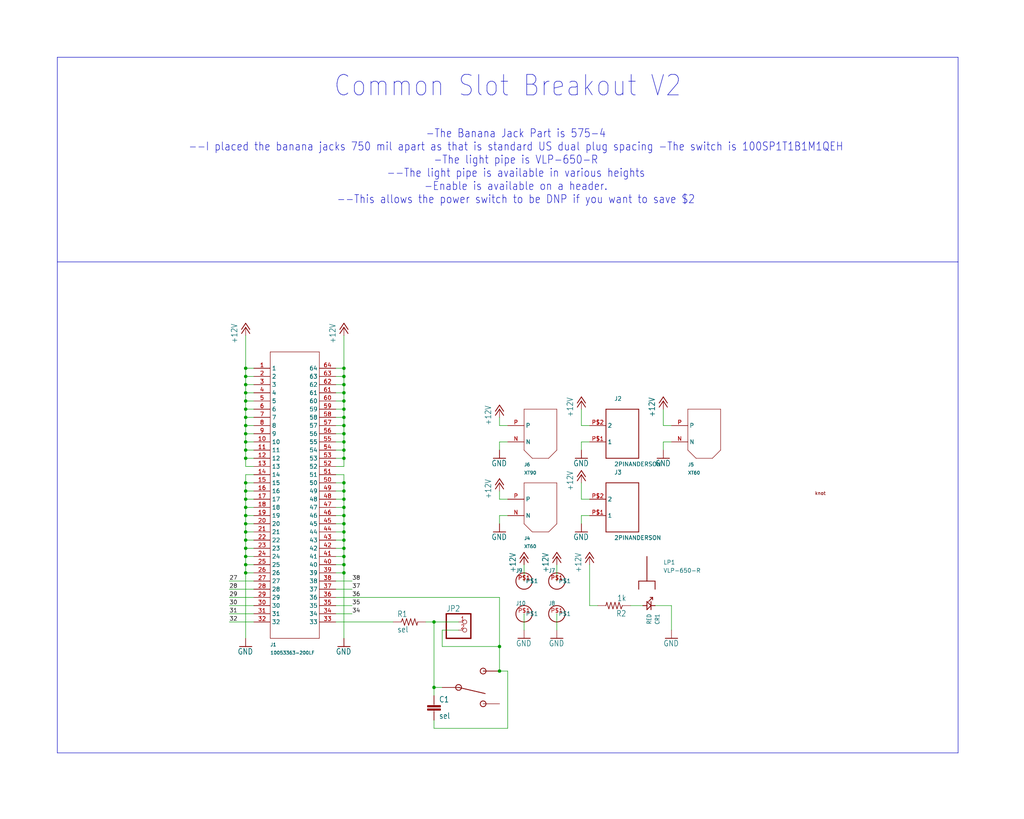
<source format=kicad_sch>
(kicad_sch (version 20231120) (generator "eeschema") (generator_version "8.0")
  (paper "User" 317.652 254.152)
  (lib_symbols
    (symbol "Common_slot2-eagle-import:+12V" (power)
      (symbol "+12V_1_0"
        (polyline (pts (xy 0 0) (xy -1.27 -1.905)) (stroke (width 0.254)))
        (polyline (pts (xy 0 1.27) (xy -1.27 -0.635)) (stroke (width 0.254)))
        (polyline (pts (xy 1.27 -1.905) (xy 0 0)) (stroke (width 0.254)))
        (polyline (pts (xy 1.27 -0.635) (xy 0 1.27)) (stroke (width 0.254)))
        (pin power_in line (at 0 -2.54 90) (length 2.54) (name "+12V") (number "1"))
      )
    )
    (symbol "Common_slot2-eagle-import:0603_CAPACITOR"
      (property "Reference" "C" (at 1.524 2.921 0))
      (symbol "0603_CAPACITOR_1_0"
        (rectangle (start -2.032 0.508) (end 2.032 1.016) (fill (type outline)))
        (rectangle (start -2.032 1.524) (end 2.032 2.032) (fill (type outline)))
        (polyline (pts (xy 0 0) (xy 0 0.508)) (stroke (width 0.1524)))
        (polyline (pts (xy 0 2.54) (xy 0 2.032)) (stroke (width 0.1524)))
        (pin passive line (at 0 5.08 270) (length 2.54) (name "1") (number "1"))
        (pin passive line (at 0 -2.54 90) (length 2.54) (name "2") (number "2"))
      )
    )
    (symbol "Common_slot2-eagle-import:0603_RESISTOR"
      (property "Reference" "R" (at -3.81 1.4986 0))
      (symbol "0603_RESISTOR_1_0"
        (polyline (pts (xy -2.54 0) (xy -2.159 1.016)) (stroke (width 0.2032)))
        (polyline (pts (xy -2.159 1.016) (xy -1.524 -1.016)) (stroke (width 0.2032)))
        (polyline (pts (xy -1.524 -1.016) (xy -0.889 1.016)) (stroke (width 0.2032)))
        (polyline (pts (xy -0.889 1.016) (xy -0.254 -1.016)) (stroke (width 0.2032)))
        (polyline (pts (xy -0.254 -1.016) (xy 0.381 1.016)) (stroke (width 0.2032)))
        (polyline (pts (xy 0.381 1.016) (xy 1.016 -1.016)) (stroke (width 0.2032)))
        (polyline (pts (xy 1.016 -1.016) (xy 1.651 1.016)) (stroke (width 0.2032)))
        (polyline (pts (xy 1.651 1.016) (xy 2.286 -1.016)) (stroke (width 0.2032)))
        (polyline (pts (xy 2.286 -1.016) (xy 2.54 0)) (stroke (width 0.2032)))
        (pin passive line (at -5.08 0 0) (length 2.54) (name "1") (number "1"))
        (pin passive line (at 5.08 0 180) (length 2.54) (name "2") (number "2"))
      )
    )
    (symbol "Common_slot2-eagle-import:10053363-200LF"
      (property "Reference" "J" (at 0 -2.54 0))
      (symbol "10053363-200LF_1_0"
        (polyline (pts (xy 0 0) (xy 15.24 0)) (stroke (width 0.1524)))
        (polyline (pts (xy 0 88.9) (xy 0 0)) (stroke (width 0.1524)))
        (polyline (pts (xy 15.24 0) (xy 15.24 88.9)) (stroke (width 0.1524)))
        (polyline (pts (xy 15.24 88.9) (xy 0 88.9)) (stroke (width 0.1524)))
        (pin bidirectional line (at -5.08 83.82 0) (length 5.08) (name "1") (number "1"))
        (pin bidirectional line (at -5.08 60.96 0) (length 5.08) (name "10") (number "10"))
        (pin bidirectional line (at -5.08 58.42 0) (length 5.08) (name "11") (number "11"))
        (pin bidirectional line (at -5.08 55.88 0) (length 5.08) (name "12") (number "12"))
        (pin bidirectional line (at -5.08 53.34 0) (length 5.08) (name "13") (number "13"))
        (pin bidirectional line (at -5.08 50.8 0) (length 5.08) (name "14") (number "14"))
        (pin bidirectional line (at -5.08 48.26 0) (length 5.08) (name "15") (number "15"))
        (pin bidirectional line (at -5.08 45.72 0) (length 5.08) (name "16") (number "16"))
        (pin bidirectional line (at -5.08 43.18 0) (length 5.08) (name "17") (number "17"))
        (pin bidirectional line (at -5.08 40.64 0) (length 5.08) (name "18") (number "18"))
        (pin bidirectional line (at -5.08 38.1 0) (length 5.08) (name "19") (number "19"))
        (pin bidirectional line (at -5.08 81.28 0) (length 5.08) (name "2") (number "2"))
        (pin bidirectional line (at -5.08 35.56 0) (length 5.08) (name "20") (number "20"))
        (pin bidirectional line (at -5.08 33.02 0) (length 5.08) (name "21") (number "21"))
        (pin bidirectional line (at -5.08 30.48 0) (length 5.08) (name "22") (number "22"))
        (pin bidirectional line (at -5.08 27.94 0) (length 5.08) (name "23") (number "23"))
        (pin bidirectional line (at -5.08 25.4 0) (length 5.08) (name "24") (number "24"))
        (pin bidirectional line (at -5.08 22.86 0) (length 5.08) (name "25") (number "25"))
        (pin bidirectional line (at -5.08 20.32 0) (length 5.08) (name "26") (number "26"))
        (pin bidirectional line (at -5.08 17.78 0) (length 5.08) (name "27") (number "27"))
        (pin bidirectional line (at -5.08 15.24 0) (length 5.08) (name "28") (number "28"))
        (pin bidirectional line (at -5.08 12.7 0) (length 5.08) (name "29") (number "29"))
        (pin bidirectional line (at -5.08 78.74 0) (length 5.08) (name "3") (number "3"))
        (pin bidirectional line (at -5.08 10.16 0) (length 5.08) (name "30") (number "30"))
        (pin bidirectional line (at -5.08 7.62 0) (length 5.08) (name "31") (number "31"))
        (pin bidirectional line (at -5.08 5.08 0) (length 5.08) (name "32") (number "32"))
        (pin bidirectional line (at 20.32 5.08 180) (length 5.08) (name "33") (number "33"))
        (pin bidirectional line (at 20.32 7.62 180) (length 5.08) (name "34") (number "34"))
        (pin bidirectional line (at 20.32 10.16 180) (length 5.08) (name "35") (number "35"))
        (pin bidirectional line (at 20.32 12.7 180) (length 5.08) (name "36") (number "36"))
        (pin bidirectional line (at 20.32 15.24 180) (length 5.08) (name "37") (number "37"))
        (pin bidirectional line (at 20.32 17.78 180) (length 5.08) (name "38") (number "38"))
        (pin bidirectional line (at 20.32 20.32 180) (length 5.08) (name "39") (number "39"))
        (pin bidirectional line (at -5.08 76.2 0) (length 5.08) (name "4") (number "4"))
        (pin bidirectional line (at 20.32 22.86 180) (length 5.08) (name "40") (number "40"))
        (pin bidirectional line (at 20.32 25.4 180) (length 5.08) (name "41") (number "41"))
        (pin bidirectional line (at 20.32 27.94 180) (length 5.08) (name "42") (number "42"))
        (pin bidirectional line (at 20.32 30.48 180) (length 5.08) (name "43") (number "43"))
        (pin bidirectional line (at 20.32 33.02 180) (length 5.08) (name "44") (number "44"))
        (pin bidirectional line (at 20.32 35.56 180) (length 5.08) (name "45") (number "45"))
        (pin bidirectional line (at 20.32 38.1 180) (length 5.08) (name "46") (number "46"))
        (pin bidirectional line (at 20.32 40.64 180) (length 5.08) (name "47") (number "47"))
        (pin bidirectional line (at 20.32 43.18 180) (length 5.08) (name "48") (number "48"))
        (pin bidirectional line (at 20.32 45.72 180) (length 5.08) (name "49") (number "49"))
        (pin bidirectional line (at -5.08 73.66 0) (length 5.08) (name "5") (number "5"))
        (pin bidirectional line (at 20.32 48.26 180) (length 5.08) (name "50") (number "50"))
        (pin bidirectional line (at 20.32 50.8 180) (length 5.08) (name "51") (number "51"))
        (pin bidirectional line (at 20.32 53.34 180) (length 5.08) (name "52") (number "52"))
        (pin bidirectional line (at 20.32 55.88 180) (length 5.08) (name "53") (number "53"))
        (pin bidirectional line (at 20.32 58.42 180) (length 5.08) (name "54") (number "54"))
        (pin bidirectional line (at 20.32 60.96 180) (length 5.08) (name "55") (number "55"))
        (pin bidirectional line (at 20.32 63.5 180) (length 5.08) (name "56") (number "56"))
        (pin bidirectional line (at 20.32 66.04 180) (length 5.08) (name "57") (number "57"))
        (pin bidirectional line (at 20.32 68.58 180) (length 5.08) (name "58") (number "58"))
        (pin bidirectional line (at 20.32 71.12 180) (length 5.08) (name "59") (number "59"))
        (pin bidirectional line (at -5.08 71.12 0) (length 5.08) (name "6") (number "6"))
        (pin bidirectional line (at 20.32 73.66 180) (length 5.08) (name "60") (number "60"))
        (pin bidirectional line (at 20.32 76.2 180) (length 5.08) (name "61") (number "61"))
        (pin bidirectional line (at 20.32 78.74 180) (length 5.08) (name "62") (number "62"))
        (pin bidirectional line (at 20.32 81.28 180) (length 5.08) (name "63") (number "63"))
        (pin bidirectional line (at 20.32 83.82 180) (length 5.08) (name "64") (number "64"))
        (pin bidirectional line (at -5.08 68.58 0) (length 5.08) (name "7") (number "7"))
        (pin bidirectional line (at -5.08 66.04 0) (length 5.08) (name "8") (number "8"))
        (pin bidirectional line (at -5.08 63.5 0) (length 5.08) (name "9") (number "9"))
      )
    )
    (symbol "Common_slot2-eagle-import:100SP1T1B1M1QEH"
      (symbol "100SP1T1B1M1QEH_1_0"
        (polyline (pts (xy 0 5.08) (xy 8.255 3.175)) (stroke (width 0.254)))
        (circle (center 0 5.08) (radius 0.898) (stroke (width 0.254)))
        (circle (center 7.62 0) (radius 0.898) (stroke (width 0.254)))
        (circle (center 7.62 10.16) (radius 0.898) (stroke (width 0.254)))
        (pin bidirectional line (at 12.7 0 180) (length 5.08) (name "P$3") (number "1"))
        (pin bidirectional line (at 12.7 10.16 180) (length 5.08) (name "P$2") (number "2"))
        (pin bidirectional line (at -5.08 5.08 0) (length 5.08) (name "COM") (number "C"))
      )
    )
    (symbol "Common_slot2-eagle-import:150060RS75000"
      (property "Reference" "CR" (at 2.54 2.54 0))
      (symbol "150060RS75000_1_0"
        (polyline (pts (xy -2.54 1.778) (xy -2.54 1.016)) (stroke (width 0.254)))
        (polyline (pts (xy -1.778 1.778) (xy -2.54 1.778)) (stroke (width 0.254)))
        (polyline (pts (xy -1.27 0) (xy 0 0)) (stroke (width 0.254)))
        (polyline (pts (xy -1.27 0.508) (xy -2.54 1.778)) (stroke (width 0.254)))
        (polyline (pts (xy -1.27 1.27) (xy 0 1.27)) (stroke (width 0.254)))
        (polyline (pts (xy 0 0) (xy 0 -1.27)) (stroke (width 0.254)))
        (polyline (pts (xy 0 0) (xy 1.27 0)) (stroke (width 0.254)))
        (polyline (pts (xy 0 1.27) (xy -1.27 0)) (stroke (width 0.254)))
        (polyline (pts (xy 0 1.27) (xy 0 2.54)) (stroke (width 0.254)))
        (polyline (pts (xy 0 1.27) (xy 1.27 1.27)) (stroke (width 0.254)))
        (polyline (pts (xy 1.27 0) (xy 0 1.27)) (stroke (width 0.254)))
        (pin bidirectional line (at 0 -1.27 0) (length 0) (name "A") (number "A"))
        (pin bidirectional line (at 0 2.54 0) (length 0) (name "K") (number "K"))
      )
    )
    (symbol "Common_slot2-eagle-import:2PINANDERSON"
      (property "Reference" "J" (at 2.54 17.78 0))
      (symbol "2PINANDERSON_1_0"
        (polyline (pts (xy 0 0) (xy 0 15.24)) (stroke (width 0.254)))
        (polyline (pts (xy 0 15.24) (xy 10.16 15.24)) (stroke (width 0.254)))
        (polyline (pts (xy 10.16 0) (xy 0 0)) (stroke (width 0.254)))
        (polyline (pts (xy 10.16 15.24) (xy 10.16 0)) (stroke (width 0.254)))
        (pin bidirectional line (at -5.08 5.08 0) (length 5.08) (name "1") (number "P$1"))
        (pin bidirectional line (at -5.08 10.16 0) (length 5.08) (name "2") (number "P$2"))
      )
    )
    (symbol "Common_slot2-eagle-import:BANANA"
      (property "Reference" "J" (at -2.54 2.54 0))
      (symbol "BANANA_1_0"
        (circle (center 0 0) (radius 2.54) (stroke (width 0.254)))
        (pin bidirectional line (at 0 0 0) (length 0) (name "P$1") (number "P$1"))
      )
    )
    (symbol "Common_slot2-eagle-import:GND" (power)
      (symbol "GND_1_0"
        (polyline (pts (xy -1.905 0) (xy 1.905 0)) (stroke (width 0.254)))
        (pin power_in line (at 0 2.54 270) (length 2.54) (name "GND") (number "1"))
      )
    )
    (symbol "Common_slot2-eagle-import:PINHD-1X2"
      (property "Reference" "JP" (at -6.35 5.715 0))
      (symbol "PINHD-1X2_1_0"
        (polyline (pts (xy -6.35 -2.54) (xy 1.27 -2.54)) (stroke (width 0.4064)))
        (polyline (pts (xy -6.35 5.08) (xy -6.35 -2.54)) (stroke (width 0.4064)))
        (polyline (pts (xy 1.27 -2.54) (xy 1.27 5.08)) (stroke (width 0.4064)))
        (polyline (pts (xy 1.27 5.08) (xy -6.35 5.08)) (stroke (width 0.4064)))
        (pin passive inverted (at -2.54 2.54 0) (length 2.54) (name "1") (number "1"))
        (pin passive inverted (at -2.54 0 0) (length 2.54) (name "2") (number "2"))
      )
    )
    (symbol "Common_slot2-eagle-import:THIEF_FULL"
      (symbol "THIEF_FULL_1_0"
        (text "knot" (at 0 0 0) (effects (font (size 1.016 1.016)) (justify left bottom)))
      )
    )
    (symbol "Common_slot2-eagle-import:VLP-650-R"
      (property "Reference" "LP" (at 5.08 7.62 0))
      (symbol "VLP-650-R_1_0"
        (polyline (pts (xy -2.54 0) (xy -2.54 2.54)) (stroke (width 0.254)))
        (polyline (pts (xy -2.54 2.54) (xy 0 2.54)) (stroke (width 0.254)))
        (polyline (pts (xy 0 2.54) (xy 0 10.16)) (stroke (width 0.254)))
        (polyline (pts (xy 0 2.54) (xy 2.54 2.54)) (stroke (width 0.254)))
        (polyline (pts (xy 2.54 2.54) (xy 2.54 0)) (stroke (width 0.254)))
      )
    )
    (symbol "Common_slot2-eagle-import:XT60"
      (property "Reference" "J" (at 0 -2.54 0))
      (symbol "XT60_1_0"
        (polyline (pts (xy 0 2.54) (xy 2.54 0)) (stroke (width 0.1524)))
        (polyline (pts (xy 0 15.24) (xy 0 2.54)) (stroke (width 0.1524)))
        (polyline (pts (xy 2.54 0) (xy 7.62 0)) (stroke (width 0.1524)))
        (polyline (pts (xy 7.62 0) (xy 10.16 2.54)) (stroke (width 0.1524)))
        (polyline (pts (xy 10.16 2.54) (xy 10.16 15.24)) (stroke (width 0.1524)))
        (polyline (pts (xy 10.16 15.24) (xy 0 15.24)) (stroke (width 0.1524)))
        (pin bidirectional line (at -5.08 5.08 0) (length 5.08) (name "N") (number "N"))
        (pin bidirectional line (at -5.08 10.16 0) (length 5.08) (name "P") (number "P"))
      )
    )
    (symbol "Common_slot2-eagle-import:XT90"
      (property "Reference" "J" (at 0 -2.54 0))
      (symbol "XT90_1_0"
        (polyline (pts (xy 0 2.54) (xy 2.54 0)) (stroke (width 0.1524)))
        (polyline (pts (xy 0 15.24) (xy 0 2.54)) (stroke (width 0.1524)))
        (polyline (pts (xy 2.54 0) (xy 7.62 0)) (stroke (width 0.1524)))
        (polyline (pts (xy 7.62 0) (xy 10.16 2.54)) (stroke (width 0.1524)))
        (polyline (pts (xy 10.16 2.54) (xy 10.16 15.24)) (stroke (width 0.1524)))
        (polyline (pts (xy 10.16 15.24) (xy 0 15.24)) (stroke (width 0.1524)))
        (pin bidirectional line (at -5.08 5.08 0) (length 5.08) (name "N") (number "N"))
        (pin bidirectional line (at -5.08 10.16 0) (length 5.08) (name "P") (number "P"))
      )
    )
  )
  (junction (at 76.2 127))
  (junction (at 106.68 152.4))
  (junction (at 76.2 162.56))
  (junction (at 106.68 121.92))
  (junction (at 76.2 116.84))
  (junction (at 106.68 154.94))
  (junction (at 76.2 119.38))
  (junction (at 154.94 200.66))
  (junction (at 106.68 137.16))
  (junction (at 106.68 165.1))
  (junction (at 76.2 154.94))
  (junction (at 76.2 172.72))
  (junction (at 106.68 157.48))
  (junction (at 106.68 134.62))
  (junction (at 106.68 170.18))
  (junction (at 106.68 119.38))
  (junction (at 106.68 114.3))
  (junction (at 76.2 160.02))
  (junction (at 76.2 134.62))
  (junction (at 76.2 121.92))
  (junction (at 76.2 139.7))
  (junction (at 134.62 193.04))
  (junction (at 134.62 213.36))
  (junction (at 76.2 152.4))
  (junction (at 106.68 132.08))
  (junction (at 76.2 124.46))
  (junction (at 106.68 175.26))
  (junction (at 76.2 157.48))
  (junction (at 76.2 175.26))
  (junction (at 76.2 132.08))
  (junction (at 106.68 116.84))
  (junction (at 106.68 142.24))
  (junction (at 154.94 208.28))
  (junction (at 106.68 172.72))
  (junction (at 76.2 137.16))
  (junction (at 76.2 177.8))
  (junction (at 106.68 177.8))
  (junction (at 106.68 167.64))
  (junction (at 106.68 124.46))
  (junction (at 76.2 167.64))
  (junction (at 106.68 127))
  (junction (at 106.68 129.54))
  (junction (at 106.68 160.02))
  (junction (at 76.2 129.54))
  (junction (at 76.2 165.1))
  (junction (at 106.68 162.56))
  (junction (at 76.2 149.86))
  (junction (at 106.68 149.86))
  (junction (at 106.68 139.7))
  (junction (at 76.2 114.3))
  (junction (at 76.2 170.18))
  (junction (at 76.2 142.24))
  (polyline (pts (xy 17.78 81.28) (xy 297.18 81.28)) (stroke (width 0.1524) (type solid)))
  (wire (pts (xy 76.2 154.94) (xy 76.2 157.48)) (stroke (width 0.1524)))
  (wire (pts (xy 182.88 154.94) (xy 180.34 154.94)) (stroke (width 0.1524)))
  (wire (pts (xy 76.2 129.54) (xy 76.2 127)) (stroke (width 0.1524)))
  (wire (pts (xy 205.74 137.16) (xy 208.28 137.16)) (stroke (width 0.1524)))
  (wire (pts (xy 76.2 139.7) (xy 76.2 137.16)) (stroke (width 0.1524)))
  (wire (pts (xy 76.2 160.02) (xy 76.2 162.56)) (stroke (width 0.1524)))
  (wire (pts (xy 180.34 162.56) (xy 180.34 160.02)) (stroke (width 0.1524)))
  (wire (pts (xy 104.14 121.92) (xy 106.68 121.92)) (stroke (width 0.1524)))
  (wire (pts (xy 78.74 124.46) (xy 76.2 124.46)) (stroke (width 0.1524)))
  (wire (pts (xy 104.14 132.08) (xy 106.68 132.08)) (stroke (width 0.1524)))
  (wire (pts (xy 78.74 147.32) (xy 76.2 147.32)) (stroke (width 0.1524)))
  (wire (pts (xy 132.08 193.04) (xy 134.62 193.04)) (stroke (width 0.1524)))
  (wire (pts (xy 78.74 129.54) (xy 76.2 129.54)) (stroke (width 0.1524)))
  (wire (pts (xy 78.74 170.18) (xy 76.2 170.18)) (stroke (width 0.1524)))
  (polyline (pts (xy 297.18 81.28) (xy 297.18 233.68)) (stroke (width 0.1524) (type solid)))
  (wire (pts (xy 106.68 134.62) (xy 106.68 132.08)) (stroke (width 0.1524)))
  (wire (pts (xy 104.14 172.72) (xy 106.68 172.72)) (stroke (width 0.1524)))
  (polyline (pts (xy 17.78 17.78) (xy 297.18 17.78)) (stroke (width 0.1524) (type solid)))
  (wire (pts (xy 205.74 139.7) (xy 205.74 137.16)) (stroke (width 0.1524)))
  (polyline (pts (xy 17.78 81.28) (xy 17.78 17.78)) (stroke (width 0.1524) (type solid)))
  (wire (pts (xy 104.14 165.1) (xy 106.68 165.1)) (stroke (width 0.1524)))
  (wire (pts (xy 104.14 152.4) (xy 106.68 152.4)) (stroke (width 0.1524)))
  (wire (pts (xy 104.14 144.78) (xy 106.68 144.78)) (stroke (width 0.1524)))
  (wire (pts (xy 106.68 144.78) (xy 106.68 142.24)) (stroke (width 0.1524)))
  (wire (pts (xy 154.94 137.16) (xy 154.94 139.7)) (stroke (width 0.1524)))
  (wire (pts (xy 76.2 127) (xy 76.2 124.46)) (stroke (width 0.1524)))
  (wire (pts (xy 76.2 132.08) (xy 76.2 129.54)) (stroke (width 0.1524)))
  (wire (pts (xy 71.12 193.04) (xy 78.74 193.04)) (stroke (width 0.1524)))
  (wire (pts (xy 76.2 144.78) (xy 76.2 142.24)) (stroke (width 0.1524)))
  (wire (pts (xy 76.2 157.48) (xy 76.2 160.02)) (stroke (width 0.1524)))
  (wire (pts (xy 78.74 185.42) (xy 71.12 185.42)) (stroke (width 0.1524)))
  (wire (pts (xy 78.74 165.1) (xy 76.2 165.1)) (stroke (width 0.1524)))
  (wire (pts (xy 78.74 127) (xy 76.2 127)) (stroke (width 0.1524)))
  (wire (pts (xy 104.14 170.18) (xy 106.68 170.18)) (stroke (width 0.1524)))
  (wire (pts (xy 154.94 162.56) (xy 154.94 160.02)) (stroke (width 0.1524)))
  (wire (pts (xy 78.74 160.02) (xy 76.2 160.02)) (stroke (width 0.1524)))
  (wire (pts (xy 104.14 182.88) (xy 109.22 182.88)) (stroke (width 0.1524)))
  (wire (pts (xy 76.2 167.64) (xy 76.2 170.18)) (stroke (width 0.1524)))
  (wire (pts (xy 134.62 213.36) (xy 134.62 193.04)) (stroke (width 0.1524)))
  (wire (pts (xy 106.68 139.7) (xy 106.68 137.16)) (stroke (width 0.1524)))
  (wire (pts (xy 104.14 147.32) (xy 106.68 147.32)) (stroke (width 0.1524)))
  (wire (pts (xy 76.2 177.8) (xy 76.2 198.12)) (stroke (width 0.1524)))
  (wire (pts (xy 78.74 152.4) (xy 76.2 152.4)) (stroke (width 0.1524)))
  (wire (pts (xy 106.68 172.72) (xy 106.68 175.26)) (stroke (width 0.1524)))
  (wire (pts (xy 78.74 119.38) (xy 76.2 119.38)) (stroke (width 0.1524)))
  (wire (pts (xy 106.68 167.64) (xy 106.68 170.18)) (stroke (width 0.1524)))
  (wire (pts (xy 180.34 160.02) (xy 182.88 160.02)) (stroke (width 0.1524)))
  (wire (pts (xy 121.92 193.04) (xy 104.14 193.04)) (stroke (width 0.1524)))
  (wire (pts (xy 104.14 160.02) (xy 106.68 160.02)) (stroke (width 0.1524)))
  (wire (pts (xy 76.2 119.38) (xy 76.2 116.84)) (stroke (width 0.1524)))
  (wire (pts (xy 142.24 195.58) (xy 137.16 195.58)) (stroke (width 0.1524)))
  (wire (pts (xy 154.94 200.66) (xy 154.94 208.28)) (stroke (width 0.1524)))
  (wire (pts (xy 76.2 175.26) (xy 76.2 177.8)) (stroke (width 0.1524)))
  (wire (pts (xy 154.94 160.02) (xy 157.48 160.02)) (stroke (width 0.1524)))
  (wire (pts (xy 137.16 213.36) (xy 134.62 213.36)) (stroke (width 0.1524)))
  (wire (pts (xy 106.68 154.94) (xy 106.68 157.48)) (stroke (width 0.1524)))
  (wire (pts (xy 172.72 190.5) (xy 172.72 195.58)) (stroke (width 0.1524)))
  (wire (pts (xy 137.16 200.66) (xy 154.94 200.66)) (stroke (width 0.1524)))
  (wire (pts (xy 185.42 187.96) (xy 182.88 187.96)) (stroke (width 0.1524)))
  (wire (pts (xy 104.14 175.26) (xy 106.68 175.26)) (stroke (width 0.1524)))
  (wire (pts (xy 134.62 213.36) (xy 134.62 215.9)) (stroke (width 0.1524)))
  (wire (pts (xy 104.14 116.84) (xy 106.68 116.84)) (stroke (width 0.1524)))
  (wire (pts (xy 78.74 157.48) (xy 76.2 157.48)) (stroke (width 0.1524)))
  (wire (pts (xy 106.68 121.92) (xy 106.68 119.38)) (stroke (width 0.1524)))
  (wire (pts (xy 104.14 119.38) (xy 106.68 119.38)) (stroke (width 0.1524)))
  (wire (pts (xy 157.48 137.16) (xy 154.94 137.16)) (stroke (width 0.1524)))
  (wire (pts (xy 78.74 144.78) (xy 76.2 144.78)) (stroke (width 0.1524)))
  (wire (pts (xy 106.68 175.26) (xy 106.68 177.8)) (stroke (width 0.1524)))
  (wire (pts (xy 76.2 142.24) (xy 76.2 139.7)) (stroke (width 0.1524)))
  (wire (pts (xy 78.74 190.5) (xy 71.12 190.5)) (stroke (width 0.1524)))
  (wire (pts (xy 180.34 154.94) (xy 180.34 149.86)) (stroke (width 0.1524)))
  (wire (pts (xy 78.74 121.92) (xy 76.2 121.92)) (stroke (width 0.1524)))
  (wire (pts (xy 109.22 187.96) (xy 104.14 187.96)) (stroke (width 0.1524)))
  (wire (pts (xy 180.34 132.08) (xy 180.34 127)) (stroke (width 0.1524)))
  (wire (pts (xy 76.2 134.62) (xy 76.2 132.08)) (stroke (width 0.1524)))
  (wire (pts (xy 104.14 129.54) (xy 106.68 129.54)) (stroke (width 0.1524)))
  (wire (pts (xy 78.74 114.3) (xy 76.2 114.3)) (stroke (width 0.1524)))
  (wire (pts (xy 104.14 127) (xy 106.68 127)) (stroke (width 0.1524)))
  (wire (pts (xy 106.68 137.16) (xy 106.68 134.62)) (stroke (width 0.1524)))
  (wire (pts (xy 106.68 114.3) (xy 106.68 104.14)) (stroke (width 0.1524)))
  (wire (pts (xy 205.74 132.08) (xy 205.74 127)) (stroke (width 0.1524)))
  (wire (pts (xy 76.2 116.84) (xy 76.2 114.3)) (stroke (width 0.1524)))
  (wire (pts (xy 208.28 132.08) (xy 205.74 132.08)) (stroke (width 0.1524)))
  (wire (pts (xy 76.2 124.46) (xy 76.2 121.92)) (stroke (width 0.1524)))
  (wire (pts (xy 76.2 114.3) (xy 76.2 104.14)) (stroke (width 0.1524)))
  (wire (pts (xy 172.72 180.34) (xy 172.72 175.26)) (stroke (width 0.1524)))
  (wire (pts (xy 134.62 226.06) (xy 134.62 223.52)) (stroke (width 0.1524)))
  (wire (pts (xy 154.94 185.42) (xy 154.94 200.66)) (stroke (width 0.1524)))
  (wire (pts (xy 76.2 137.16) (xy 76.2 134.62)) (stroke (width 0.1524)))
  (wire (pts (xy 106.68 142.24) (xy 106.68 139.7)) (stroke (width 0.1524)))
  (wire (pts (xy 106.68 124.46) (xy 106.68 121.92)) (stroke (width 0.1524)))
  (wire (pts (xy 180.34 139.7) (xy 180.34 137.16)) (stroke (width 0.1524)))
  (wire (pts (xy 106.68 177.8) (xy 106.68 198.12)) (stroke (width 0.1524)))
  (wire (pts (xy 162.56 180.34) (xy 162.56 175.26)) (stroke (width 0.1524)))
  (wire (pts (xy 76.2 170.18) (xy 76.2 172.72)) (stroke (width 0.1524)))
  (wire (pts (xy 76.2 121.92) (xy 76.2 119.38)) (stroke (width 0.1524)))
  (wire (pts (xy 104.14 149.86) (xy 106.68 149.86)) (stroke (width 0.1524)))
  (wire (pts (xy 106.68 170.18) (xy 106.68 172.72)) (stroke (width 0.1524)))
  (wire (pts (xy 78.74 175.26) (xy 76.2 175.26)) (stroke (width 0.1524)))
  (wire (pts (xy 78.74 134.62) (xy 76.2 134.62)) (stroke (width 0.1524)))
  (wire (pts (xy 104.14 142.24) (xy 106.68 142.24)) (stroke (width 0.1524)))
  (wire (pts (xy 154.94 132.08) (xy 154.94 129.54)) (stroke (width 0.1524)))
  (wire (pts (xy 106.68 129.54) (xy 106.68 127)) (stroke (width 0.1524)))
  (wire (pts (xy 106.68 165.1) (xy 106.68 167.64)) (stroke (width 0.1524)))
  (wire (pts (xy 104.14 190.5) (xy 109.22 190.5)) (stroke (width 0.1524)))
  (wire (pts (xy 104.14 134.62) (xy 106.68 134.62)) (stroke (width 0.1524)))
  (wire (pts (xy 76.2 162.56) (xy 76.2 165.1)) (stroke (width 0.1524)))
  (wire (pts (xy 76.2 177.8) (xy 78.74 177.8)) (stroke (width 0.1524)))
  (wire (pts (xy 157.48 208.28) (xy 154.94 208.28)) (stroke (width 0.1524)))
  (wire (pts (xy 109.22 180.34) (xy 104.14 180.34)) (stroke (width 0.1524)))
  (wire (pts (xy 78.74 149.86) (xy 76.2 149.86)) (stroke (width 0.1524)))
  (wire (pts (xy 208.28 187.96) (xy 208.28 195.58)) (stroke (width 0.1524)))
  (wire (pts (xy 182.88 187.96) (xy 182.88 175.26)) (stroke (width 0.1524)))
  (wire (pts (xy 180.34 137.16) (xy 182.88 137.16)) (stroke (width 0.1524)))
  (wire (pts (xy 104.14 139.7) (xy 106.68 139.7)) (stroke (width 0.1524)))
  (wire (pts (xy 78.74 154.94) (xy 76.2 154.94)) (stroke (width 0.1524)))
  (wire (pts (xy 76.2 147.32) (xy 76.2 149.86)) (stroke (width 0.1524)))
  (wire (pts (xy 157.48 226.06) (xy 157.48 208.28)) (stroke (width 0.1524)))
  (wire (pts (xy 134.62 193.04) (xy 142.24 193.04)) (stroke (width 0.1524)))
  (wire (pts (xy 104.14 157.48) (xy 106.68 157.48)) (stroke (width 0.1524)))
  (wire (pts (xy 106.68 152.4) (xy 106.68 154.94)) (stroke (width 0.1524)))
  (wire (pts (xy 106.68 116.84) (xy 106.68 114.3)) (stroke (width 0.1524)))
  (wire (pts (xy 104.14 114.3) (xy 106.68 114.3)) (stroke (width 0.1524)))
  (wire (pts (xy 154.94 154.94) (xy 154.94 152.4)) (stroke (width 0.1524)))
  (wire (pts (xy 106.68 132.08) (xy 106.68 129.54)) (stroke (width 0.1524)))
  (wire (pts (xy 106.68 160.02) (xy 106.68 162.56)) (stroke (width 0.1524)))
  (wire (pts (xy 104.14 167.64) (xy 106.68 167.64)) (stroke (width 0.1524)))
  (wire (pts (xy 134.62 226.06) (xy 157.48 226.06)) (stroke (width 0.1524)))
  (wire (pts (xy 182.88 132.08) (xy 180.34 132.08)) (stroke (width 0.1524)))
  (wire (pts (xy 157.48 132.08) (xy 154.94 132.08)) (stroke (width 0.1524)))
  (wire (pts (xy 76.2 165.1) (xy 76.2 167.64)) (stroke (width 0.1524)))
  (wire (pts (xy 106.68 157.48) (xy 106.68 160.02)) (stroke (width 0.1524)))
  (wire (pts (xy 137.16 195.58) (xy 137.16 200.66)) (stroke (width 0.1524)))
  (wire (pts (xy 76.2 149.86) (xy 76.2 152.4)) (stroke (width 0.1524)))
  (wire (pts (xy 78.74 162.56) (xy 76.2 162.56)) (stroke (width 0.1524)))
  (wire (pts (xy 78.74 167.64) (xy 76.2 167.64)) (stroke (width 0.1524)))
  (wire (pts (xy 106.68 147.32) (xy 106.68 149.86)) (stroke (width 0.1524)))
  (wire (pts (xy 157.48 154.94) (xy 154.94 154.94)) (stroke (width 0.1524)))
  (polyline (pts (xy 17.78 233.68) (xy 17.78 81.28)) (stroke (width 0.1524) (type solid)))
  (wire (pts (xy 104.14 162.56) (xy 106.68 162.56)) (stroke (width 0.1524)))
  (wire (pts (xy 78.74 182.88) (xy 71.12 182.88)) (stroke (width 0.1524)))
  (wire (pts (xy 78.74 142.24) (xy 76.2 142.24)) (stroke (width 0.1524)))
  (wire (pts (xy 199.39 187.96) (xy 195.58 187.96)) (stroke (width 0.1524)))
  (wire (pts (xy 76.2 152.4) (xy 76.2 154.94)) (stroke (width 0.1524)))
  (wire (pts (xy 78.74 116.84) (xy 76.2 116.84)) (stroke (width 0.1524)))
  (wire (pts (xy 106.68 177.8) (xy 104.14 177.8)) (stroke (width 0.1524)))
  (wire (pts (xy 78.74 137.16) (xy 76.2 137.16)) (stroke (width 0.1524)))
  (wire (pts (xy 104.14 124.46) (xy 106.68 124.46)) (stroke (width 0.1524)))
  (wire (pts (xy 106.68 149.86) (xy 106.68 152.4)) (stroke (width 0.1524)))
  (wire (pts (xy 106.68 127) (xy 106.68 124.46)) (stroke (width 0.1524)))
  (wire (pts (xy 78.74 132.08) (xy 76.2 132.08)) (stroke (width 0.1524)))
  (wire (pts (xy 78.74 180.34) (xy 71.12 180.34)) (stroke (width 0.1524)))
  (wire (pts (xy 203.2 187.96) (xy 208.28 187.96)) (stroke (width 0.1524)))
  (wire (pts (xy 78.74 139.7) (xy 76.2 139.7)) (stroke (width 0.1524)))
  (wire (pts (xy 104.14 154.94) (xy 106.68 154.94)) (stroke (width 0.1524)))
  (wire (pts (xy 162.56 190.5) (xy 162.56 195.58)) (stroke (width 0.1524)))
  (wire (pts (xy 76.2 172.72) (xy 76.2 175.26)) (stroke (width 0.1524)))
  (wire (pts (xy 78.74 172.72) (xy 76.2 172.72)) (stroke (width 0.1524)))
  (wire (pts (xy 104.14 185.42) (xy 154.94 185.42)) (stroke (width 0.1524)))
  (wire (pts (xy 106.68 119.38) (xy 106.68 116.84)) (stroke (width 0.1524)))
  (wire (pts (xy 106.68 162.56) (xy 106.68 165.1)) (stroke (width 0.1524)))
  (wire (pts (xy 104.14 137.16) (xy 106.68 137.16)) (stroke (width 0.1524)))
  (polyline (pts (xy 297.18 17.78) (xy 297.18 81.28)) (stroke (width 0.1524) (type solid)))
  (wire (pts (xy 78.74 187.96) (xy 71.12 187.96)) (stroke (width 0.1524)))
  (polyline (pts (xy 297.18 233.68) (xy 17.78 233.68)) (stroke (width 0.1524) (type solid)))
  (text "-The Banana Jack Part is 575-4\n--I placed the banana jacks 750 mil apart as that is standard US dual plug spacing -The switch is 100SP1T1B1M1QEH\n-The light pipe is VLP-650-R\n--The light pipe is available in various heights\n-Enable is available on a header.\n--This allows the power switch to be DNP if you want to save $2" (at 160.02 63.5 0) (effects (font (size 2.54 2.159)) (justify bottom)))
  (text "Common Slot Breakout V2" (at 157.48 30.48 0) (effects (font (size 6.35 5.3975)) (justify bottom)))
  (label "32" (at 71.12 193.04 0) (effects (font (size 1.2446 1.2446))))
  (label "30" (at 71.12 187.96 0) (effects (font (size 1.2446 1.2446))))
  (label "29" (at 71.12 185.42 0) (effects (font (size 1.2446 1.2446))))
  (label "37" (at 109.22 182.88 0) (effects (font (size 1.2446 1.2446))))
  (label "34" (at 109.22 190.5 0) (effects (font (size 1.2446 1.2446))))
  (label "31" (at 71.12 190.5 0) (effects (font (size 1.2446 1.2446))))
  (label "36" (at 109.22 185.42 0) (effects (font (size 1.2446 1.2446))))
  (label "28" (at 71.12 182.88 0) (effects (font (size 1.2446 1.2446))))
  (label "27" (at 71.12 180.34 0) (effects (font (size 1.2446 1.2446))))
  (label "35" (at 109.22 187.96 0) (effects (font (size 1.2446 1.2446))))
  (label "38" (at 109.22 180.34 0) (effects (font (size 1.2446 1.2446))))
  (symbol (lib_id "Common_slot2-eagle-import:+12V") (at 106.68 101.6 0) (unit 1)
    (property "Reference" "#P+2" (effects (hide yes)))
    (property "Value" "+12V" (at 104.14 106.68 90) (effects (font (size 1.778 1.5113)) (justify left bottom)))
  )
  (symbol (lib_id "Common_slot2-eagle-import:+12V") (at 205.74 124.46 0) (unit 1)
    (property "Reference" "#P+9" (effects (hide yes)))
    (property "Value" "+12V" (at 203.2 129.54 90) (effects (font (size 1.778 1.5113)) (justify left bottom)))
  )
  (symbol (lib_id "Common_slot2-eagle-import:0603_CAPACITOR") (at 134.62 220.98 0) (unit 1)
    (property "Reference" "C1" (at 136.144 218.059 0) (effects (font (size 1.778 1.5113)) (justify left bottom)))
    (property "Value" "sel" (at 136.144 223.139 0) (effects (font (size 1.778 1.5113)) (justify left bottom)))
    (property "Footprint" "Common_slot2:0603" (effects (hide yes)))
  )
  (symbol (lib_id "Common_slot2-eagle-import:GND") (at 154.94 142.24 0) (unit 1)
    (property "Reference" "#GND6" (effects (hide yes)))
    (property "Value" "GND" (at 152.4 144.78 0) (effects (font (size 1.778 1.5113)) (justify left bottom)))
  )
  (symbol (lib_id "Common_slot2-eagle-import:+12V") (at 154.94 127 0) (unit 1)
    (property "Reference" "#P+5" (effects (hide yes)))
    (property "Value" "+12V" (at 152.4 132.08 90) (effects (font (size 1.778 1.5113)) (justify left bottom)))
  )
  (symbol (lib_id "Common_slot2-eagle-import:2PINANDERSON") (at 187.96 142.24 0) (unit 1)
    (property "Reference" "J2" (at 190.5 124.46 0) (effects (justify left bottom)))
    (property "Value" "2PINANDERSON" (at 190.5 144.78 0) (effects (justify left bottom)))
    (property "Footprint" "Common_slot2:APP" (effects (hide yes)))
  )
  (symbol (lib_id "Common_slot2-eagle-import:BANANA") (at 162.56 190.5 0) (unit 1)
    (property "Reference" "J10" (at 160.02 187.96 0) (effects (font (size 1.27 1.0795)) (justify left bottom)))
    (property "Value" "BANANA" (effects (hide yes)))
    (property "Footprint" "Common_slot2:BANANA" (effects (hide yes)))
  )
  (symbol (lib_id "Common_slot2-eagle-import:BANANA") (at 162.56 180.34 0) (unit 1)
    (property "Reference" "J9" (at 160.02 177.8 0) (effects (font (size 1.27 1.0795)) (justify left bottom)))
    (property "Value" "BANANA" (effects (hide yes)))
    (property "Footprint" "Common_slot2:BANANA" (effects (hide yes)))
  )
  (symbol (lib_id "Common_slot2-eagle-import:THIEF_FULL") (at 252.73 153.67 0) (unit 1)
    (property "Reference" "U$1" (effects (hide yes)))
    (property "Value" "THIEF_FULL" (effects (hide yes)))
    (property "Footprint" "Common_slot2:THIEF_KNOT" (effects (hide yes)))
    (property "PARTNO" "NA" (effects (hide yes)))
  )
  (symbol (lib_id "Common_slot2-eagle-import:+12V") (at 76.2 101.6 0) (unit 1)
    (property "Reference" "#P+1" (effects (hide yes)))
    (property "Value" "+12V" (at 73.66 106.68 90) (effects (font (size 1.778 1.5113)) (justify left bottom)))
  )
  (symbol (lib_id "Common_slot2-eagle-import:100SP1T1B1M1QEH") (at 142.24 218.44 0) (unit 1)
    (property "Reference" "SW1" (effects (hide yes)))
    (property "Value" "100SP1T1B1M1QEH" (effects (hide yes)))
    (property "Footprint" "Common_slot2:100SP1T1B1M1QEH" (effects (hide yes)))
  )
  (symbol (lib_id "Common_slot2-eagle-import:VLP-650-R") (at 200.66 182.88 0) (unit 1)
    (property "Reference" "LP1" (at 205.74 175.26 0) (effects (justify left bottom)))
    (property "Value" "VLP-650-R" (at 205.74 177.8 0) (effects (justify left bottom)))
    (property "Footprint" "Common_slot2:VLP-XXX-R" (effects (hide yes)))
  )
  (symbol (lib_id "Common_slot2-eagle-import:0603_RESISTOR") (at 190.5 187.96 180) (unit 1)
    (property "Reference" "R2" (at 194.31 189.4586 0) (effects (font (size 1.778 1.5113)) (justify left bottom)))
    (property "Value" "1k" (at 194.31 184.658 0) (effects (font (size 1.778 1.5113)) (justify left bottom)))
    (property "Footprint" "Common_slot2:0603" (effects (hide yes)))
  )
  (symbol (lib_id "Common_slot2-eagle-import:BANANA") (at 172.72 180.34 0) (unit 1)
    (property "Reference" "J7" (at 170.18 177.8 0) (effects (font (size 1.27 1.0795)) (justify left bottom)))
    (property "Value" "BANANA" (effects (hide yes)))
    (property "Footprint" "Common_slot2:BANANA" (effects (hide yes)))
  )
  (symbol (lib_id "Common_slot2-eagle-import:+12V") (at 180.34 124.46 0) (unit 1)
    (property "Reference" "#P+7" (effects (hide yes)))
    (property "Value" "+12V" (at 177.8 129.54 90) (effects (font (size 1.778 1.5113)) (justify left bottom)))
  )
  (symbol (lib_id "Common_slot2-eagle-import:+12V") (at 162.56 172.72 0) (unit 1)
    (property "Reference" "#P+3" (effects (hide yes)))
    (property "Value" "+12V" (at 160.02 177.8 90) (effects (font (size 1.778 1.5113)) (justify left bottom)))
  )
  (symbol (lib_id "Common_slot2-eagle-import:XT60") (at 162.56 165.1 0) (unit 1)
    (property "Reference" "J4" (at 162.56 167.64 0) (effects (font (size 1.016 1.016)) (justify left bottom)))
    (property "Value" "XT60" (at 162.56 170.18 0) (effects (font (size 1.016 1.016)) (justify left bottom)))
    (property "Footprint" "Common_slot2:XT60" (effects (hide yes)))
  )
  (symbol (lib_id "Common_slot2-eagle-import:GND") (at 180.34 165.1 0) (unit 1)
    (property "Reference" "#GND8" (effects (hide yes)))
    (property "Value" "GND" (at 177.8 167.64 0) (effects (font (size 1.778 1.5113)) (justify left bottom)))
  )
  (symbol (lib_id "Common_slot2-eagle-import:GND") (at 180.34 142.24 0) (unit 1)
    (property "Reference" "#GND9" (effects (hide yes)))
    (property "Value" "GND" (at 177.8 144.78 0) (effects (font (size 1.778 1.5113)) (justify left bottom)))
  )
  (symbol (lib_id "Common_slot2-eagle-import:GND") (at 106.68 200.66 0) (unit 1)
    (property "Reference" "#GND2" (effects (hide yes)))
    (property "Value" "GND" (at 104.14 203.2 0) (effects (font (size 1.778 1.5113)) (justify left bottom)))
  )
  (symbol (lib_id "Common_slot2-eagle-import:+12V") (at 172.72 172.72 0) (unit 1)
    (property "Reference" "#P+4" (effects (hide yes)))
    (property "Value" "+12V" (at 170.18 177.8 90) (effects (font (size 1.778 1.5113)) (justify left bottom)))
  )
  (symbol (lib_id "Common_slot2-eagle-import:GND") (at 162.56 198.12 0) (unit 1)
    (property "Reference" "#GND4" (effects (hide yes)))
    (property "Value" "GND" (at 160.02 200.66 0) (effects (font (size 1.778 1.5113)) (justify left bottom)))
  )
  (symbol (lib_id "Common_slot2-eagle-import:XT60") (at 213.36 142.24 0) (unit 1)
    (property "Reference" "J5" (at 213.36 144.78 0) (effects (font (size 1.016 1.016)) (justify left bottom)))
    (property "Value" "XT60" (at 213.36 147.32 0) (effects (font (size 1.016 1.016)) (justify left bottom)))
    (property "Footprint" "Common_slot2:XT60" (effects (hide yes)))
  )
  (symbol (lib_id "Common_slot2-eagle-import:10053363-200LF") (at 83.82 198.12 0) (unit 1)
    (property "Reference" "J1" (at 83.82 200.66 0) (effects (font (size 1.016 1.016)) (justify left bottom)))
    (property "Value" "10053363-200LF" (at 83.82 203.2 0) (effects (font (size 1.016 1.016)) (justify left bottom)))
    (property "Footprint" "Common_slot2:10053363-200LF" (effects (hide yes)))
  )
  (symbol (lib_id "Common_slot2-eagle-import:GND") (at 205.74 142.24 0) (unit 1)
    (property "Reference" "#GND10" (effects (hide yes)))
    (property "Value" "GND" (at 203.2 144.78 0) (effects (font (size 1.778 1.5113)) (justify left bottom)))
  )
  (symbol (lib_id "Common_slot2-eagle-import:GND") (at 172.72 198.12 0) (unit 1)
    (property "Reference" "#GND5" (effects (hide yes)))
    (property "Value" "GND" (at 170.18 200.66 0) (effects (font (size 1.778 1.5113)) (justify left bottom)))
  )
  (symbol (lib_id "Common_slot2-eagle-import:PINHD-1X2") (at 144.78 195.58 0) (unit 1)
    (property "Reference" "JP2" (at 138.43 189.865 0) (effects (font (size 1.778 1.5113)) (justify left bottom)))
    (property "Value" "PINHD-1X2" (effects (hide yes)))
    (property "Footprint" "Common_slot2:1X02" (effects (hide yes)))
  )
  (symbol (lib_id "Common_slot2-eagle-import:GND") (at 208.28 198.12 0) (unit 1)
    (property "Reference" "#GND11" (effects (hide yes)))
    (property "Value" "GND" (at 205.74 200.66 0) (effects (font (size 1.778 1.5113)) (justify left bottom)))
  )
  (symbol (lib_id "Common_slot2-eagle-import:+12V") (at 180.34 147.32 0) (unit 1)
    (property "Reference" "#P+8" (effects (hide yes)))
    (property "Value" "+12V" (at 177.8 152.4 90) (effects (font (size 1.778 1.5113)) (justify left bottom)))
  )
  (symbol (lib_id "Common_slot2-eagle-import:+12V") (at 154.94 149.86 0) (unit 1)
    (property "Reference" "#P+6" (effects (hide yes)))
    (property "Value" "+12V" (at 152.4 154.94 90) (effects (font (size 1.778 1.5113)) (justify left bottom)))
  )
  (symbol (lib_id "Common_slot2-eagle-import:+12V") (at 182.88 172.72 0) (unit 1)
    (property "Reference" "#P+10" (effects (hide yes)))
    (property "Value" "+12V" (at 180.34 177.8 90) (effects (font (size 1.778 1.5113)) (justify left bottom)))
  )
  (symbol (lib_id "Common_slot2-eagle-import:GND") (at 76.2 200.66 0) (unit 1)
    (property "Reference" "#GND1" (effects (hide yes)))
    (property "Value" "GND" (at 73.66 203.2 0) (effects (font (size 1.778 1.5113)) (justify left bottom)))
  )
  (symbol (lib_id "Common_slot2-eagle-import:XT90") (at 162.56 142.24 0) (unit 1)
    (property "Reference" "J6" (at 162.56 144.78 0) (effects (font (size 1.016 1.016)) (justify left bottom)))
    (property "Value" "XT90" (at 162.56 147.32 0) (effects (font (size 1.016 1.016)) (justify left bottom)))
    (property "Footprint" "Common_slot2:XT90" (effects (hide yes)))
  )
  (symbol (lib_id "Common_slot2-eagle-import:2PINANDERSON") (at 187.96 165.1 0) (unit 1)
    (property "Reference" "J3" (at 190.5 147.32 0) (effects (justify left bottom)))
    (property "Value" "2PINANDERSON" (at 190.5 167.64 0) (effects (justify left bottom)))
    (property "Footprint" "Common_slot2:APP" (effects (hide yes)))
  )
  (symbol (lib_id "Common_slot2-eagle-import:0603_RESISTOR") (at 127 193.04 0) (unit 1)
    (property "Reference" "R1" (at 123.19 191.5414 0) (effects (font (size 1.778 1.5113)) (justify left bottom)))
    (property "Value" "sel" (at 123.19 196.342 0) (effects (font (size 1.778 1.5113)) (justify left bottom)))
    (property "Footprint" "Common_slot2:0603" (effects (hide yes)))
  )
  (symbol (lib_id "Common_slot2-eagle-import:BANANA") (at 172.72 190.5 0) (unit 1)
    (property "Reference" "J8" (at 170.18 187.96 0) (effects (font (size 1.27 1.0795)) (justify left bottom)))
    (property "Value" "BANANA" (effects (hide yes)))
    (property "Footprint" "Common_slot2:BANANA" (effects (hide yes)))
  )
  (symbol (lib_id "Common_slot2-eagle-import:150060RS75000") (at 200.66 187.96 270) (unit 1)
    (property "Reference" "CR1" (at 203.2 190.5 0) (effects (font (size 1.27 1.0795)) (justify left bottom)))
    (property "Value" "RED" (at 200.66 190.5 0) (effects (font (size 1.27 1.0795)) (justify left bottom)))
    (property "Footprint" "Common_slot2:0603_DIODE" (effects (hide yes)))
  )
  (symbol (lib_id "Common_slot2-eagle-import:GND") (at 154.94 165.1 0) (unit 1)
    (property "Reference" "#GND7" (effects (hide yes)))
    (property "Value" "GND" (at 152.4 167.64 0) (effects (font (size 1.778 1.5113)) (justify left bottom)))
  )
)
</source>
